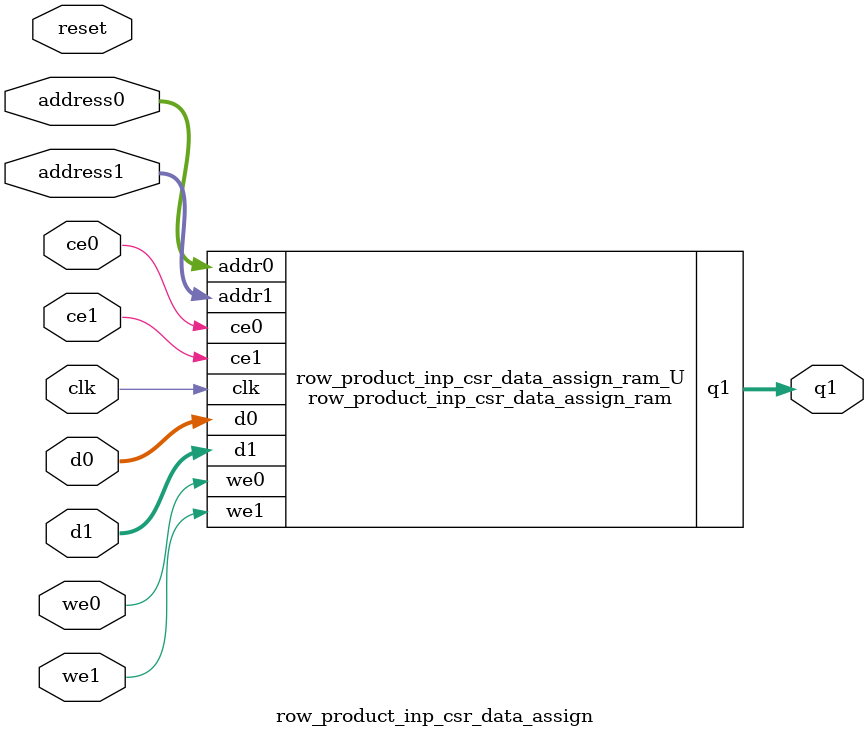
<source format=v>
`timescale 1 ns / 1 ps
module row_product_inp_csr_data_assign_ram (addr0, ce0, d0, we0, addr1, ce1, d1, we1, q1,  clk);

parameter DWIDTH = 64;
parameter AWIDTH = 5;
parameter MEM_SIZE = 25;

input[AWIDTH-1:0] addr0;
input ce0;
input[DWIDTH-1:0] d0;
input we0;
input[AWIDTH-1:0] addr1;
input ce1;
input[DWIDTH-1:0] d1;
input we1;
output reg[DWIDTH-1:0] q1;
input clk;

reg [DWIDTH-1:0] ram[0:MEM_SIZE-1];




always @(posedge clk)  
begin 
    if (ce0) begin
        if (we0) 
            ram[addr0] <= d0; 
    end
end


always @(posedge clk)  
begin 
    if (ce1) begin
        if (we1) 
            ram[addr1] <= d1; 
        q1 <= ram[addr1];
    end
end


endmodule

`timescale 1 ns / 1 ps
module row_product_inp_csr_data_assign(
    reset,
    clk,
    address0,
    ce0,
    we0,
    d0,
    address1,
    ce1,
    we1,
    d1,
    q1);

parameter DataWidth = 32'd64;
parameter AddressRange = 32'd25;
parameter AddressWidth = 32'd5;
input reset;
input clk;
input[AddressWidth - 1:0] address0;
input ce0;
input we0;
input[DataWidth - 1:0] d0;
input[AddressWidth - 1:0] address1;
input ce1;
input we1;
input[DataWidth - 1:0] d1;
output[DataWidth - 1:0] q1;



row_product_inp_csr_data_assign_ram row_product_inp_csr_data_assign_ram_U(
    .clk( clk ),
    .addr0( address0 ),
    .ce0( ce0 ),
    .we0( we0 ),
    .d0( d0 ),
    .addr1( address1 ),
    .ce1( ce1 ),
    .we1( we1 ),
    .d1( d1 ),
    .q1( q1 ));

endmodule


</source>
